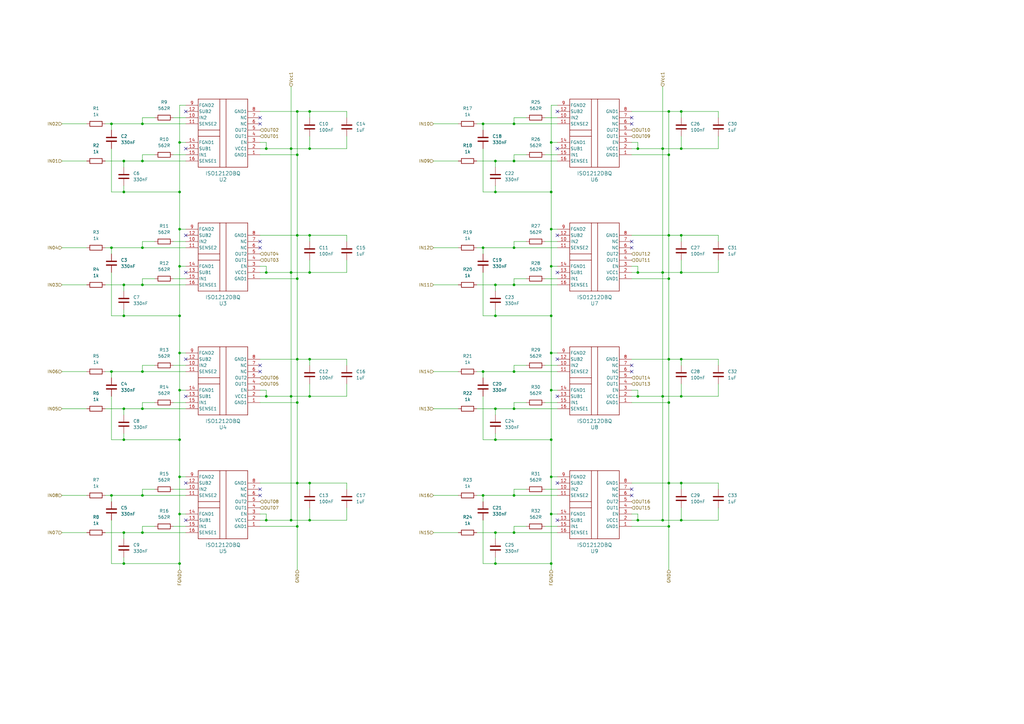
<source format=kicad_sch>
(kicad_sch (version 20231120) (generator "eeschema") (generator_version "8.0")
  (paper "A3")
  (junction (at 58.42 218.44))
  (junction (at 198.12 101.6))
  (junction (at 121.92 147.32))
  (junction (at 127 198.12))
  (junction (at 203.2 231.14))
  (junction (at 73.66 129.54))
  (junction (at 271.78 60.96))
  (junction (at 279.4 147.32))
  (junction (at 261.62 111.76))
  (junction (at 127 213.36))
  (junction (at 121.92 45.72))
  (junction (at 50.8 78.74))
  (junction (at 127 111.76))
  (junction (at 226.06 180.34))
  (junction (at 210.82 116.84))
  (junction (at 279.4 96.52))
  (junction (at 226.06 144.78))
  (junction (at 58.42 152.4))
  (junction (at 210.82 218.44))
  (junction (at 121.92 63.5))
  (junction (at 279.4 213.36))
  (junction (at 45.72 203.2))
  (junction (at 226.06 109.22))
  (junction (at 203.2 167.64))
  (junction (at 279.4 162.56))
  (junction (at 226.06 195.58))
  (junction (at 279.4 45.72))
  (junction (at 226.06 129.54))
  (junction (at 121.92 165.1))
  (junction (at 203.2 78.74))
  (junction (at 127 45.72))
  (junction (at 203.2 180.34))
  (junction (at 127 60.96))
  (junction (at 210.82 50.8))
  (junction (at 73.66 144.78))
  (junction (at 58.42 167.64))
  (junction (at 271.78 162.56))
  (junction (at 127 162.56))
  (junction (at 198.12 203.2))
  (junction (at 73.66 160.02))
  (junction (at 50.8 66.04))
  (junction (at 73.66 78.74))
  (junction (at 274.32 96.52))
  (junction (at 50.8 116.84))
  (junction (at 73.66 231.14))
  (junction (at 210.82 101.6))
  (junction (at 50.8 129.54))
  (junction (at 274.32 147.32))
  (junction (at 226.06 160.02))
  (junction (at 210.82 66.04))
  (junction (at 58.42 50.8))
  (junction (at 45.72 101.6))
  (junction (at 58.42 203.2))
  (junction (at 119.38 60.96))
  (junction (at 226.06 210.82))
  (junction (at 109.22 162.56))
  (junction (at 50.8 167.64))
  (junction (at 121.92 96.52))
  (junction (at 271.78 213.36))
  (junction (at 73.66 210.82))
  (junction (at 203.2 218.44))
  (junction (at 121.92 215.9))
  (junction (at 58.42 101.6))
  (junction (at 50.8 231.14))
  (junction (at 121.92 114.3))
  (junction (at 279.4 60.96))
  (junction (at 226.06 78.74))
  (junction (at 58.42 116.84))
  (junction (at 73.66 195.58))
  (junction (at 203.2 116.84))
  (junction (at 73.66 93.98))
  (junction (at 210.82 203.2))
  (junction (at 119.38 213.36))
  (junction (at 127 96.52))
  (junction (at 279.4 111.76))
  (junction (at 198.12 152.4))
  (junction (at 203.2 66.04))
  (junction (at 198.12 50.8))
  (junction (at 73.66 180.34))
  (junction (at 279.4 198.12))
  (junction (at 119.38 111.76))
  (junction (at 226.06 93.98))
  (junction (at 109.22 60.96))
  (junction (at 274.32 63.5))
  (junction (at 109.22 213.36))
  (junction (at 121.92 198.12))
  (junction (at 274.32 165.1))
  (junction (at 274.32 45.72))
  (junction (at 45.72 50.8))
  (junction (at 119.38 162.56))
  (junction (at 210.82 167.64))
  (junction (at 45.72 152.4))
  (junction (at 274.32 198.12))
  (junction (at 109.22 111.76))
  (junction (at 58.42 66.04))
  (junction (at 210.82 152.4))
  (junction (at 73.66 109.22))
  (junction (at 73.66 58.42))
  (junction (at 261.62 60.96))
  (junction (at 261.62 213.36))
  (junction (at 127 147.32))
  (junction (at 274.32 114.3))
  (junction (at 261.62 162.56))
  (junction (at 226.06 231.14))
  (junction (at 274.32 215.9))
  (junction (at 203.2 129.54))
  (junction (at 226.06 58.42))
  (junction (at 50.8 218.44))
  (junction (at 50.8 180.34))
  (junction (at 271.78 111.76))
  (no_connect (at 259.08 152.4))
  (no_connect (at 228.6 96.52))
  (no_connect (at 106.68 101.6))
  (no_connect (at 228.6 45.72))
  (no_connect (at 228.6 162.56))
  (no_connect (at 259.08 50.8))
  (no_connect (at 76.2 45.72))
  (no_connect (at 259.08 99.06))
  (no_connect (at 259.08 203.2))
  (no_connect (at 76.2 60.96))
  (no_connect (at 259.08 101.6))
  (no_connect (at 106.68 152.4))
  (no_connect (at 106.68 48.26))
  (no_connect (at 106.68 200.66))
  (no_connect (at 228.6 213.36))
  (no_connect (at 76.2 111.76))
  (no_connect (at 106.68 203.2))
  (no_connect (at 228.6 60.96))
  (no_connect (at 228.6 111.76))
  (no_connect (at 76.2 162.56))
  (no_connect (at 76.2 147.32))
  (no_connect (at 228.6 198.12))
  (no_connect (at 259.08 48.26))
  (no_connect (at 76.2 213.36))
  (no_connect (at 259.08 149.86))
  (no_connect (at 76.2 198.12))
  (no_connect (at 106.68 99.06))
  (no_connect (at 259.08 200.66))
  (no_connect (at 106.68 149.86))
  (no_connect (at 228.6 147.32))
  (no_connect (at 106.68 50.8))
  (no_connect (at 76.2 96.52))
  (wire (pts (xy 119.38 162.56) (xy 119.38 213.36)))
  (wire (pts (xy 142.24 200.66) (xy 142.24 198.12)))
  (wire (pts (xy 259.08 162.56) (xy 261.62 162.56)))
  (wire (pts (xy 274.32 147.32) (xy 274.32 165.1)))
  (wire (pts (xy 58.42 99.06) (xy 58.42 101.6)))
  (wire (pts (xy 50.8 231.14) (xy 73.66 231.14)))
  (wire (pts (xy 198.12 205.74) (xy 198.12 203.2)))
  (wire (pts (xy 223.52 149.86) (xy 228.6 149.86)))
  (wire (pts (xy 210.82 66.04) (xy 228.6 66.04)))
  (wire (pts (xy 177.8 167.64) (xy 187.96 167.64)))
  (wire (pts (xy 121.92 45.72) (xy 121.92 63.5)))
  (wire (pts (xy 109.22 60.96) (xy 119.38 60.96)))
  (wire (pts (xy 73.66 144.78) (xy 73.66 160.02)))
  (wire (pts (xy 226.06 231.14) (xy 226.06 233.68)))
  (wire (pts (xy 274.32 96.52) (xy 274.32 114.3)))
  (wire (pts (xy 177.8 152.4) (xy 187.96 152.4)))
  (wire (pts (xy 45.72 205.74) (xy 45.72 203.2)))
  (wire (pts (xy 25.4 116.84) (xy 35.56 116.84)))
  (wire (pts (xy 279.4 55.88) (xy 279.4 60.96)))
  (wire (pts (xy 71.12 114.3) (xy 76.2 114.3)))
  (wire (pts (xy 228.6 58.42) (xy 226.06 58.42)))
  (wire (pts (xy 127 198.12) (xy 142.24 198.12)))
  (wire (pts (xy 261.62 162.56) (xy 271.78 162.56)))
  (wire (pts (xy 228.6 195.58) (xy 226.06 195.58)))
  (wire (pts (xy 228.6 160.02) (xy 226.06 160.02)))
  (wire (pts (xy 71.12 149.86) (xy 76.2 149.86)))
  (wire (pts (xy 226.06 210.82) (xy 226.06 231.14)))
  (wire (pts (xy 73.66 129.54) (xy 73.66 144.78)))
  (wire (pts (xy 76.2 144.78) (xy 73.66 144.78)))
  (wire (pts (xy 45.72 162.56) (xy 45.72 180.34)))
  (wire (pts (xy 198.12 104.14) (xy 198.12 101.6)))
  (wire (pts (xy 259.08 63.5) (xy 274.32 63.5)))
  (wire (pts (xy 261.62 160.02) (xy 261.62 162.56)))
  (wire (pts (xy 121.92 165.1) (xy 121.92 198.12)))
  (wire (pts (xy 142.24 111.76) (xy 127 111.76)))
  (wire (pts (xy 127 45.72) (xy 142.24 45.72)))
  (wire (pts (xy 63.5 48.26) (xy 58.42 48.26)))
  (wire (pts (xy 261.62 58.42) (xy 261.62 60.96)))
  (wire (pts (xy 215.9 48.26) (xy 210.82 48.26)))
  (wire (pts (xy 203.2 177.8) (xy 203.2 180.34)))
  (wire (pts (xy 58.42 50.8) (xy 76.2 50.8)))
  (wire (pts (xy 261.62 109.22) (xy 261.62 111.76)))
  (wire (pts (xy 73.66 93.98) (xy 73.66 109.22)))
  (wire (pts (xy 294.64 213.36) (xy 279.4 213.36)))
  (wire (pts (xy 119.38 162.56) (xy 127 162.56)))
  (wire (pts (xy 279.4 208.28) (xy 279.4 213.36)))
  (wire (pts (xy 226.06 93.98) (xy 226.06 109.22)))
  (wire (pts (xy 106.68 198.12) (xy 121.92 198.12)))
  (wire (pts (xy 215.9 165.1) (xy 210.82 165.1)))
  (wire (pts (xy 203.2 218.44) (xy 203.2 220.98)))
  (wire (pts (xy 73.66 109.22) (xy 73.66 129.54)))
  (wire (pts (xy 177.8 50.8) (xy 187.96 50.8)))
  (wire (pts (xy 142.24 162.56) (xy 127 162.56)))
  (wire (pts (xy 43.18 50.8) (xy 45.72 50.8)))
  (wire (pts (xy 259.08 45.72) (xy 274.32 45.72)))
  (wire (pts (xy 198.12 53.34) (xy 198.12 50.8)))
  (wire (pts (xy 76.2 43.18) (xy 73.66 43.18)))
  (wire (pts (xy 203.2 167.64) (xy 203.2 170.18)))
  (wire (pts (xy 223.52 99.06) (xy 228.6 99.06)))
  (wire (pts (xy 63.5 63.5) (xy 58.42 63.5)))
  (wire (pts (xy 228.6 144.78) (xy 226.06 144.78)))
  (wire (pts (xy 195.58 116.84) (xy 203.2 116.84)))
  (wire (pts (xy 210.82 167.64) (xy 228.6 167.64)))
  (wire (pts (xy 226.06 195.58) (xy 226.06 210.82)))
  (wire (pts (xy 203.2 228.6) (xy 203.2 231.14)))
  (wire (pts (xy 50.8 76.2) (xy 50.8 78.74)))
  (wire (pts (xy 210.82 116.84) (xy 228.6 116.84)))
  (wire (pts (xy 25.4 152.4) (xy 35.56 152.4)))
  (wire (pts (xy 274.32 198.12) (xy 279.4 198.12)))
  (wire (pts (xy 223.52 215.9) (xy 228.6 215.9)))
  (wire (pts (xy 261.62 60.96) (xy 271.78 60.96)))
  (wire (pts (xy 45.72 60.96) (xy 45.72 78.74)))
  (wire (pts (xy 210.82 114.3) (xy 210.82 116.84)))
  (wire (pts (xy 50.8 127) (xy 50.8 129.54)))
  (wire (pts (xy 279.4 106.68) (xy 279.4 111.76)))
  (wire (pts (xy 58.42 101.6) (xy 76.2 101.6)))
  (wire (pts (xy 71.12 215.9) (xy 76.2 215.9)))
  (wire (pts (xy 25.4 167.64) (xy 35.56 167.64)))
  (wire (pts (xy 259.08 109.22) (xy 261.62 109.22)))
  (wire (pts (xy 43.18 116.84) (xy 50.8 116.84)))
  (wire (pts (xy 177.8 116.84) (xy 187.96 116.84)))
  (wire (pts (xy 259.08 198.12) (xy 274.32 198.12)))
  (wire (pts (xy 58.42 203.2) (xy 76.2 203.2)))
  (wire (pts (xy 121.92 96.52) (xy 127 96.52)))
  (wire (pts (xy 294.64 200.66) (xy 294.64 198.12)))
  (wire (pts (xy 121.92 96.52) (xy 121.92 114.3)))
  (wire (pts (xy 76.2 195.58) (xy 73.66 195.58)))
  (wire (pts (xy 76.2 160.02) (xy 73.66 160.02)))
  (wire (pts (xy 50.8 66.04) (xy 50.8 68.58)))
  (wire (pts (xy 203.2 116.84) (xy 203.2 119.38)))
  (wire (pts (xy 50.8 218.44) (xy 50.8 220.98)))
  (wire (pts (xy 76.2 210.82) (xy 73.66 210.82)))
  (wire (pts (xy 279.4 162.56) (xy 271.78 162.56)))
  (wire (pts (xy 142.24 48.26) (xy 142.24 45.72)))
  (wire (pts (xy 226.06 129.54) (xy 226.06 144.78)))
  (wire (pts (xy 50.8 228.6) (xy 50.8 231.14)))
  (wire (pts (xy 73.66 78.74) (xy 73.66 93.98)))
  (wire (pts (xy 279.4 198.12) (xy 294.64 198.12)))
  (wire (pts (xy 177.8 101.6) (xy 187.96 101.6)))
  (wire (pts (xy 76.2 58.42) (xy 73.66 58.42)))
  (wire (pts (xy 203.2 167.64) (xy 210.82 167.64)))
  (wire (pts (xy 106.68 147.32) (xy 121.92 147.32)))
  (wire (pts (xy 215.9 63.5) (xy 210.82 63.5)))
  (wire (pts (xy 259.08 96.52) (xy 274.32 96.52)))
  (wire (pts (xy 215.9 215.9) (xy 210.82 215.9)))
  (wire (pts (xy 73.66 231.14) (xy 73.66 233.68)))
  (wire (pts (xy 274.32 215.9) (xy 274.32 233.68)))
  (wire (pts (xy 127 99.06) (xy 127 96.52)))
  (wire (pts (xy 43.18 218.44) (xy 50.8 218.44)))
  (wire (pts (xy 119.38 35.56) (xy 119.38 60.96)))
  (wire (pts (xy 45.72 53.34) (xy 45.72 50.8)))
  (wire (pts (xy 203.2 116.84) (xy 210.82 116.84)))
  (wire (pts (xy 294.64 157.48) (xy 294.64 162.56)))
  (wire (pts (xy 106.68 45.72) (xy 121.92 45.72)))
  (wire (pts (xy 109.22 213.36) (xy 119.38 213.36)))
  (wire (pts (xy 25.4 218.44) (xy 35.56 218.44)))
  (wire (pts (xy 294.64 111.76) (xy 279.4 111.76)))
  (wire (pts (xy 279.4 48.26) (xy 279.4 45.72)))
  (wire (pts (xy 271.78 35.56) (xy 271.78 60.96)))
  (wire (pts (xy 210.82 101.6) (xy 228.6 101.6)))
  (wire (pts (xy 58.42 114.3) (xy 58.42 116.84)))
  (wire (pts (xy 106.68 96.52) (xy 121.92 96.52)))
  (wire (pts (xy 223.52 63.5) (xy 228.6 63.5)))
  (wire (pts (xy 198.12 180.34) (xy 203.2 180.34)))
  (wire (pts (xy 43.18 66.04) (xy 50.8 66.04)))
  (wire (pts (xy 228.6 210.82) (xy 226.06 210.82)))
  (wire (pts (xy 121.92 215.9) (xy 121.92 233.68)))
  (wire (pts (xy 198.12 152.4) (xy 210.82 152.4)))
  (wire (pts (xy 76.2 109.22) (xy 73.66 109.22)))
  (wire (pts (xy 142.24 149.86) (xy 142.24 147.32)))
  (wire (pts (xy 127 96.52) (xy 142.24 96.52)))
  (wire (pts (xy 177.8 66.04) (xy 187.96 66.04)))
  (wire (pts (xy 142.24 157.48) (xy 142.24 162.56)))
  (wire (pts (xy 71.12 200.66) (xy 76.2 200.66)))
  (wire (pts (xy 228.6 109.22) (xy 226.06 109.22)))
  (wire (pts (xy 274.32 63.5) (xy 274.32 96.52)))
  (wire (pts (xy 127 48.26) (xy 127 45.72)))
  (wire (pts (xy 50.8 167.64) (xy 50.8 170.18)))
  (wire (pts (xy 259.08 213.36) (xy 261.62 213.36)))
  (wire (pts (xy 294.64 208.28) (xy 294.64 213.36)))
  (wire (pts (xy 294.64 149.86) (xy 294.64 147.32)))
  (wire (pts (xy 58.42 149.86) (xy 58.42 152.4)))
  (wire (pts (xy 226.06 180.34) (xy 226.06 195.58)))
  (wire (pts (xy 261.62 210.82) (xy 261.62 213.36)))
  (wire (pts (xy 142.24 60.96) (xy 127 60.96)))
  (wire (pts (xy 121.92 198.12) (xy 127 198.12)))
  (wire (pts (xy 43.18 101.6) (xy 45.72 101.6)))
  (wire (pts (xy 259.08 210.82) (xy 261.62 210.82)))
  (wire (pts (xy 223.52 48.26) (xy 228.6 48.26)))
  (wire (pts (xy 127 200.66) (xy 127 198.12)))
  (wire (pts (xy 228.6 43.18) (xy 226.06 43.18)))
  (wire (pts (xy 294.64 162.56) (xy 279.4 162.56)))
  (wire (pts (xy 45.72 154.94) (xy 45.72 152.4)))
  (wire (pts (xy 203.2 129.54) (xy 226.06 129.54)))
  (wire (pts (xy 106.68 111.76) (xy 109.22 111.76)))
  (wire (pts (xy 294.64 55.88) (xy 294.64 60.96)))
  (wire (pts (xy 45.72 213.36) (xy 45.72 231.14)))
  (wire (pts (xy 50.8 177.8) (xy 50.8 180.34)))
  (wire (pts (xy 50.8 167.64) (xy 58.42 167.64)))
  (wire (pts (xy 71.12 99.06) (xy 76.2 99.06)))
  (wire (pts (xy 71.12 48.26) (xy 76.2 48.26)))
  (wire (pts (xy 198.12 162.56) (xy 198.12 180.34)))
  (wire (pts (xy 25.4 50.8) (xy 35.56 50.8)))
  (wire (pts (xy 259.08 60.96) (xy 261.62 60.96)))
  (wire (pts (xy 58.42 218.44) (xy 76.2 218.44)))
  (wire (pts (xy 274.32 198.12) (xy 274.32 215.9)))
  (wire (pts (xy 109.22 162.56) (xy 119.38 162.56)))
  (wire (pts (xy 43.18 152.4) (xy 45.72 152.4)))
  (wire (pts (xy 50.8 218.44) (xy 58.42 218.44)))
  (wire (pts (xy 274.32 147.32) (xy 279.4 147.32)))
  (wire (pts (xy 50.8 116.84) (xy 50.8 119.38)))
  (wire (pts (xy 195.58 218.44) (xy 203.2 218.44)))
  (wire (pts (xy 121.92 63.5) (xy 121.92 96.52)))
  (wire (pts (xy 45.72 78.74) (xy 50.8 78.74)))
  (wire (pts (xy 73.66 58.42) (xy 73.66 78.74)))
  (wire (pts (xy 50.8 180.34) (xy 73.66 180.34)))
  (wire (pts (xy 121.92 45.72) (xy 127 45.72)))
  (wire (pts (xy 271.78 60.96) (xy 271.78 111.76)))
  (wire (pts (xy 279.4 99.06) (xy 279.4 96.52)))
  (wire (pts (xy 279.4 200.66) (xy 279.4 198.12)))
  (wire (pts (xy 198.12 111.76) (xy 198.12 129.54)))
  (wire (pts (xy 76.2 93.98) (xy 73.66 93.98)))
  (wire (pts (xy 215.9 114.3) (xy 210.82 114.3)))
  (wire (pts (xy 109.22 109.22) (xy 109.22 111.76)))
  (wire (pts (xy 210.82 218.44) (xy 228.6 218.44)))
  (wire (pts (xy 63.5 114.3) (xy 58.42 114.3)))
  (wire (pts (xy 127 55.88) (xy 127 60.96)))
  (wire (pts (xy 228.6 93.98) (xy 226.06 93.98)))
  (wire (pts (xy 226.06 58.42) (xy 226.06 78.74)))
  (wire (pts (xy 203.2 127) (xy 203.2 129.54)))
  (wire (pts (xy 25.4 101.6) (xy 35.56 101.6)))
  (wire (pts (xy 45.72 152.4) (xy 58.42 152.4)))
  (wire (pts (xy 203.2 66.04) (xy 210.82 66.04)))
  (wire (pts (xy 271.78 162.56) (xy 271.78 213.36)))
  (wire (pts (xy 274.32 45.72) (xy 274.32 63.5)))
  (wire (pts (xy 279.4 96.52) (xy 294.64 96.52)))
  (wire (pts (xy 106.68 213.36) (xy 109.22 213.36)))
  (wire (pts (xy 58.42 200.66) (xy 58.42 203.2)))
  (wire (pts (xy 223.52 165.1) (xy 228.6 165.1)))
  (wire (pts (xy 106.68 58.42) (xy 109.22 58.42)))
  (wire (pts (xy 198.12 60.96) (xy 198.12 78.74)))
  (wire (pts (xy 294.64 99.06) (xy 294.64 96.52)))
  (wire (pts (xy 50.8 78.74) (xy 73.66 78.74)))
  (wire (pts (xy 198.12 154.94) (xy 198.12 152.4)))
  (wire (pts (xy 127 149.86) (xy 127 147.32)))
  (wire (pts (xy 142.24 106.68) (xy 142.24 111.76)))
  (wire (pts (xy 259.08 160.02) (xy 261.62 160.02)))
  (wire (pts (xy 63.5 165.1) (xy 58.42 165.1)))
  (wire (pts (xy 274.32 96.52) (xy 279.4 96.52)))
  (wire (pts (xy 142.24 208.28) (xy 142.24 213.36)))
  (wire (pts (xy 279.4 111.76) (xy 271.78 111.76)))
  (wire (pts (xy 127 157.48) (xy 127 162.56)))
  (wire (pts (xy 259.08 165.1) (xy 274.32 165.1)))
  (wire (pts (xy 210.82 99.06) (xy 210.82 101.6)))
  (wire (pts (xy 50.8 129.54) (xy 73.66 129.54)))
  (wire (pts (xy 210.82 50.8) (xy 228.6 50.8)))
  (wire (pts (xy 119.38 213.36) (xy 127 213.36)))
  (wire (pts (xy 45.72 203.2) (xy 58.42 203.2)))
  (wire (pts (xy 279.4 157.48) (xy 279.4 162.56)))
  (wire (pts (xy 195.58 167.64) (xy 203.2 167.64)))
  (wire (pts (xy 127 147.32) (xy 142.24 147.32)))
  (wire (pts (xy 279.4 60.96) (xy 271.78 60.96)))
  (wire (pts (xy 261.62 213.36) (xy 271.78 213.36)))
  (wire (pts (xy 203.2 231.14) (xy 226.06 231.14)))
  (wire (pts (xy 271.78 213.36) (xy 279.4 213.36)))
  (wire (pts (xy 121.92 147.32) (xy 121.92 165.1)))
  (wire (pts (xy 58.42 66.04) (xy 76.2 66.04)))
  (wire (pts (xy 58.42 63.5) (xy 58.42 66.04)))
  (wire (pts (xy 58.42 167.64) (xy 76.2 167.64)))
  (wire (pts (xy 210.82 152.4) (xy 228.6 152.4)))
  (wire (pts (xy 203.2 180.34) (xy 226.06 180.34)))
  (wire (pts (xy 210.82 48.26) (xy 210.82 50.8)))
  (wire (pts (xy 109.22 58.42) (xy 109.22 60.96)))
  (wire (pts (xy 195.58 101.6) (xy 198.12 101.6)))
  (wire (pts (xy 198.12 213.36) (xy 198.12 231.14)))
  (wire (pts (xy 109.22 111.76) (xy 119.38 111.76)))
  (wire (pts (xy 106.68 160.02) (xy 109.22 160.02)))
  (wire (pts (xy 226.06 109.22) (xy 226.06 129.54)))
  (wire (pts (xy 226.06 160.02) (xy 226.06 180.34)))
  (wire (pts (xy 45.72 129.54) (xy 50.8 129.54)))
  (wire (pts (xy 63.5 99.06) (xy 58.42 99.06)))
  (wire (pts (xy 294.64 60.96) (xy 279.4 60.96)))
  (wire (pts (xy 58.42 165.1) (xy 58.42 167.64)))
  (wire (pts (xy 198.12 203.2) (xy 210.82 203.2)))
  (wire (pts (xy 215.9 149.86) (xy 210.82 149.86)))
  (wire (pts (xy 195.58 203.2) (xy 198.12 203.2)))
  (wire (pts (xy 58.42 48.26) (xy 58.42 50.8)))
  (wire (pts (xy 177.8 218.44) (xy 187.96 218.44)))
  (wire (pts (xy 127 208.28) (xy 127 213.36)))
  (wire (pts (xy 25.4 203.2) (xy 35.56 203.2)))
  (wire (pts (xy 106.68 60.96) (xy 109.22 60.96)))
  (wire (pts (xy 73.66 160.02) (xy 73.66 180.34)))
  (wire (pts (xy 195.58 50.8) (xy 198.12 50.8)))
  (wire (pts (xy 121.92 114.3) (xy 121.92 147.32)))
  (wire (pts (xy 121.92 198.12) (xy 121.92 215.9)))
  (wire (pts (xy 73.66 43.18) (xy 73.66 58.42)))
  (wire (pts (xy 203.2 76.2) (xy 203.2 78.74)))
  (wire (pts (xy 210.82 63.5) (xy 210.82 66.04)))
  (wire (pts (xy 63.5 200.66) (xy 58.42 200.66)))
  (wire (pts (xy 121.92 147.32) (xy 127 147.32)))
  (wire (pts (xy 259.08 147.32) (xy 274.32 147.32)))
  (wire (pts (xy 45.72 180.34) (xy 50.8 180.34)))
  (wire (pts (xy 119.38 111.76) (xy 119.38 162.56)))
  (wire (pts (xy 73.66 210.82) (xy 73.66 231.14)))
  (wire (pts (xy 210.82 215.9) (xy 210.82 218.44)))
  (wire (pts (xy 45.72 104.14) (xy 45.72 101.6)))
  (wire (pts (xy 198.12 50.8) (xy 210.82 50.8)))
  (wire (pts (xy 215.9 200.66) (xy 210.82 200.66)))
  (wire (pts (xy 198.12 129.54) (xy 203.2 129.54)))
  (wire (pts (xy 58.42 152.4) (xy 76.2 152.4)))
  (wire (pts (xy 71.12 165.1) (xy 76.2 165.1)))
  (wire (pts (xy 109.22 160.02) (xy 109.22 162.56)))
  (wire (pts (xy 142.24 213.36) (xy 127 213.36)))
  (wire (pts (xy 109.22 210.82) (xy 109.22 213.36)))
  (wire (pts (xy 142.24 99.06) (xy 142.24 96.52)))
  (wire (pts (xy 195.58 152.4) (xy 198.12 152.4)))
  (wire (pts (xy 210.82 149.86) (xy 210.82 152.4)))
  (wire (pts (xy 119.38 60.96) (xy 119.38 111.76)))
  (wire (pts (xy 203.2 66.04) (xy 203.2 68.58)))
  (wire (pts (xy 43.18 167.64) (xy 50.8 167.64)))
  (wire (pts (xy 63.5 215.9) (xy 58.42 215.9)))
  (wire (pts (xy 73.66 195.58) (xy 73.66 210.82)))
  (wire (pts (xy 210.82 200.66) (xy 210.82 203.2)))
  (wire (pts (xy 203.2 218.44) (xy 210.82 218.44)))
  (wire (pts (xy 106.68 165.1) (xy 121.92 165.1)))
  (wire (pts (xy 45.72 101.6) (xy 58.42 101.6)))
  (wire (pts (xy 50.8 66.04) (xy 58.42 66.04)))
  (wire (pts (xy 274.32 114.3) (xy 274.32 147.32)))
  (wire (pts (xy 259.08 114.3) (xy 274.32 114.3)))
  (wire (pts (xy 226.06 43.18) (xy 226.06 58.42)))
  (wire (pts (xy 226.06 144.78) (xy 226.06 160.02)))
  (wire (pts (xy 259.08 215.9) (xy 274.32 215.9)))
  (wire (pts (xy 106.68 210.82) (xy 109.22 210.82)))
  (wire (pts (xy 63.5 149.86) (xy 58.42 149.86)))
  (wire (pts (xy 259.08 111.76) (xy 261.62 111.76)))
  (wire (pts (xy 198.12 78.74) (xy 203.2 78.74)))
  (wire (pts (xy 261.62 111.76) (xy 271.78 111.76)))
  (wire (pts (xy 279.4 45.72) (xy 294.64 45.72)))
  (wire (pts (xy 45.72 231.14) (xy 50.8 231.14)))
  (wire (pts (xy 215.9 99.06) (xy 210.82 99.06)))
  (wire (pts (xy 274.32 45.72) (xy 279.4 45.72)))
  (wire (pts (xy 106.68 109.22) (xy 109.22 109.22)))
  (wire (pts (xy 198.12 101.6) (xy 210.82 101.6)))
  (wire (pts (xy 203.2 78.74) (xy 226.06 78.74)))
  (wire (pts (xy 226.06 78.74) (xy 226.06 93.98)))
  (wire (pts (xy 119.38 111.76) (xy 127 111.76)))
  (wire (pts (xy 177.8 203.2) (xy 187.96 203.2)))
  (wire (pts (xy 198.12 231.14) (xy 203.2 231.14)))
  (wire (pts (xy 210.82 203.2) (xy 228.6 203.2)))
  (wire (pts (xy 106.68 114.3) (xy 121.92 114.3)))
  (wire (pts (xy 271.78 111.76) (xy 271.78 162.56)))
  (wire (pts (xy 106.68 162.56) (xy 109.22 162.56)))
  (wire (pts (xy 45.72 111.76) (xy 45.72 129.54)))
  (wire (pts (xy 58.42 215.9) (xy 58.42 218.44)))
  (wire (pts (xy 71.12 63.5) (xy 76.2 63.5)))
  (wire (pts (xy 294.64 106.68) (xy 294.64 111.76)))
  (wire (pts (xy 259.08 58.42) (xy 261.62 58.42)))
  (wire (pts (xy 127 106.68) (xy 127 111.76)))
  (wire (pts (xy 210.82 165.1) (xy 210.82 167.64)))
  (wire (pts (xy 25.4 66.04) (xy 35.56 66.04)))
  (wire (pts (xy 58.42 116.84) (xy 76.2 116.84)))
  (wire (pts (xy 223.52 114.3) (xy 228.6 114.3)))
  (wire (pts (xy 106.68 63.5) (xy 121.92 63.5)))
  (wire (pts (xy 142.24 55.88) (xy 142.24 60.96)))
  (wire (pts (xy 45.72 50.8) (xy 58.42 50.8)))
  (wire (pts (xy 195.58 66.04) (xy 203.2 66.04)))
  (wire (pts (xy 43.18 203.2) (xy 45.72 203.2)))
  (wire (pts (xy 274.32 165.1) (xy 274.32 198.12)))
  (wire (pts (xy 119.38 60.96) (xy 127 60.96)))
  (wire (pts (xy 223.52 200.66) (xy 228.6 200.66)))
  (wire (pts (xy 106.68 215.9) (xy 121.92 215.9)))
  (wire (pts (xy 50.8 116.84) (xy 58.42 116.84)))
  (wire (pts (xy 73.66 180.34) (xy 73.66 195.58)))
  (wire (pts (xy 279.4 149.86) (xy 279.4 147.32)))
  (wire (pts (xy 279.4 147.32) (xy 294.64 147.32)))
  (wire (pts (xy 294.64 48.26) (xy 294.64 45.72)))
  (hierarchical_label "IN09" (shape input) (at 177.8 66.04 180))
  (hierarchical_label "IN08" (shape input) (at 25.4 203.2 180))
  (hierarchical_label "IN06" (shape input) (at 25.4 152.4 180))
  (hierarchical_label "OUT06" (shape input) (at 106.68 154.94 0))
  (hierarchical_label "OUT05" (shape input) (at 106.68 157.48 0))
  (hierarchical_label "OUT08" (shape input) (at 106.68 205.74 0))
  (hierarchical_label "OUT14" (shape input) (at 259.08 154.94 0))
  (hierarchical_label "IN04" (shape input) (at 25.4 101.6 180))
  (hierarchical_label "IN07" (shape input) (at 25.4 218.44 180))
  (hierarchical_label "IN15" (shape input) (at 177.8 218.44 180))
  (hierarchical_label "OUT12" (shape input) (at 259.08 104.14 0))
  (hierarchical_label "IN11" (shape input) (at 177.8 116.84 180))
  (hierarchical_label "Vcc1" (shape input) (at 119.38 35.56 90))
  (hierarchical_label "IN13" (shape input) (at 177.8 167.64 180))
  (hierarchical_label "OUT04" (shape input) (at 106.68 104.14 0))
  (hierarchical_label "OUT13" (shape input) (at 259.08 157.48 0))
  (hierarchical_label "OUT10" (shape input) (at 259.08 53.34 0))
  (hierarchical_label "FGND" (shape input) (at 226.06 233.68 270))
  (hierarchical_label "IN12" (shape input) (at 177.8 101.6 180))
  (hierarchical_label "IN03" (shape input) (at 25.4 116.84 180))
  (hierarchical_label "GND" (shape input) (at 274.32 233.68 270))
  (hierarchical_label "OUT02" (shape input) (at 106.68 53.34 0))
  (hierarchical_label "OUT01" (shape input) (at 106.68 55.88 0))
  (hierarchical_label "OUT16" (shape input) (at 259.08 205.74 0))
  (hierarchical_label "IN14" (shape input) (at 177.8 152.4 180))
  (hierarchical_label "IN05" (shape input) (at 25.4 167.64 180))
  (hierarchical_label "OUT09" (shape input) (at 259.08 55.88 0))
  (hierarchical_label "IN02" (shape input) (at 25.4 50.8 180))
  (hierarchical_label "Vcc1" (shape input) (at 271.78 35.56 90))
  (hierarchical_label "OUT11" (shape input) (at 259.08 106.68 0))
  (hierarchical_label "IN01" (shape input) (at 25.4 66.04 180))
  (hierarchical_label "OUT15" (shape input) (at 259.08 208.28 0))
  (hierarchical_label "FGND" (shape input) (at 73.66 233.68 270))
  (hierarchical_label "OUT03" (shape input) (at 106.68 106.68 0))
  (hierarchical_label "IN10" (shape input) (at 177.8 50.8 180))
  (hierarchical_label "OUT07" (shape input) (at 106.68 208.28 0))
  (hierarchical_label "IN16" (shape input) (at 177.8 203.2 180))
  (hierarchical_label "GND" (shape input) (at 121.92 233.68 270))
  (symbol (lib_id "kicad_inventree_lib:R_1k_1206_1%") (at 39.37 152.4 90) (unit 1)
    (property "Reference" "R5" (at 39.37 146.05 90))
    (property "Value" "1k" (at 39.37 148.59 90))
    (property "Footprint" "Resistor_SMD:R_1206_3216Metric_Pad1.30x1.75mm_HandSolder" (effects (hide yes)))
    (property "Datasheet" "http://inventree.network/part/60/" (effects (hide yes)))
    (property "Description" "Resistor" (effects (hide yes)))
    (property "NextPCB_price" "0.00169" (effects (hide yes)))
    (property "NextPCB_url" "https://www.hqonline.com/product-detail/chip-resistors-fojan-frc1206f3301ts-2500354421" (effects (hide yes)))
    (property "part_ipn" "R_1k_1206_1%" (effects (hide yes)))
  )
  (symbol (lib_id "kicad_inventree_lib:ISO1212") (at 243.84 198.12 180) (unit 1)
    (property "Reference" "U9" (at 243.84 226.06 0) (effects (font (size 1.524 1.524))))
    (property "Value" "ISO1212DBQ" (at 243.84 223.52 0) (effects (font (size 1.524 1.524))))
    (property "Footprint" "kicad_inventree_lib:DBQ0016A_M" (effects (hide yes)))
    (property "Datasheet" "http://inventree.network/part/102/" (effects (hide yes)))
    (property "part_ipn" "ISO1212" (effects (hide yes)))
  )
  (symbol (lib_id "kicad_inventree_lib:R_562R_1206_1%") (at 219.71 149.86 90) (unit 1)
    (property "Reference" "R29" (at 219.71 143.51 90))
    (property "Value" "562R" (at 219.71 146.05 90))
    (property "Footprint" "Resistor_SMD:R_1206_3216Metric_Pad1.30x1.75mm_HandSolder" (effects (hide yes)))
    (property "Datasheet" "http://inventree.network/part/103/" (effects (hide yes)))
    (property "Description" "Resistor" (effects (hide yes)))
    (property "part_ipn" "R_562R_1206_1%" (effects (hide yes)))
  )
  (symbol (lib_id "kicad_inventree_lib:R_562R_1206_1%") (at 67.31 200.66 90) (unit 1)
    (property "Reference" "R15" (at 67.31 194.31 90))
    (property "Value" "562R" (at 67.31 196.85 90))
    (property "Footprint" "Resistor_SMD:R_1206_3216Metric_Pad1.30x1.75mm_HandSolder" (effects (hide yes)))
    (property "Datasheet" "http://inventree.network/part/103/" (effects (hide yes)))
    (property "Description" "Resistor" (effects (hide yes)))
    (property "part_ipn" "R_562R_1206_1%" (effects (hide yes)))
  )
  (symbol (lib_id "kicad_inventree_lib:ISO1212") (at 243.84 147.32 180) (unit 1)
    (property "Reference" "U8" (at 243.84 175.26 0) (effects (font (size 1.524 1.524))))
    (property "Value" "ISO1212DBQ" (at 243.84 172.72 0) (effects (font (size 1.524 1.524))))
    (property "Footprint" "kicad_inventree_lib:DBQ0016A_M" (effects (hide yes)))
    (property "Datasheet" "http://inventree.network/part/102/" (effects (hide yes)))
    (property "part_ipn" "ISO1212" (effects (hide yes)))
  )
  (symbol (lib_id "kicad_inventree_lib:R_1k_1206_1%") (at 191.77 203.2 90) (unit 1)
    (property "Reference" "R23" (at 191.77 196.85 90))
    (property "Value" "1k" (at 191.77 199.39 90))
    (property "Footprint" "Resistor_SMD:R_1206_3216Metric_Pad1.30x1.75mm_HandSolder" (effects (hide yes)))
    (property "Datasheet" "http://inventree.network/part/60/" (effects (hide yes)))
    (property "Description" "Resistor" (effects (hide yes)))
    (property "NextPCB_price" "0.00169" (effects (hide yes)))
    (property "NextPCB_url" "https://www.hqonline.com/product-detail/chip-resistors-fojan-frc1206f3301ts-2500354421" (effects (hide yes)))
    (property "part_ipn" "R_1k_1206_1%" (effects (hide yes)))
  )
  (symbol (lib_id "kicad_inventree_lib:C_330nF_50V_1206") (at 203.2 72.39 0) (unit 1)
    (property "Reference" "C22" (at 207.01 71.1199 0) (effects (justify left)))
    (property "Value" "330nF" (at 207.01 73.6599 0) (effects (justify left)))
    (property "Footprint" "Capacitor_SMD:C_1206_3216Metric_Pad1.33x1.80mm_HandSolder" (effects (hide yes)))
    (property "Datasheet" "http://inventree.network/part/104/" (effects (hide yes)))
    (property "Description" "Unpolarized capacitor" (effects (hide yes)))
    (property "part_ipn" "C_330nF_50V_1206" (effects (hide yes)))
  )
  (symbol (lib_id "kicad_inventree_lib:C_1uF_50V_1206") (at 142.24 204.47 0) (unit 1)
    (property "Reference" "C17" (at 146.05 203.1999 0) (effects (justify left)))
    (property "Value" "1uF" (at 146.05 205.7399 0) (effects (justify left)))
    (property "Footprint" "Capacitor_SMD:C_1206_3216Metric_Pad1.33x1.80mm_HandSolder" (effects (hide yes)))
    (property "Datasheet" "http://inventree.network/part/44/" (effects (hide yes)))
    (property "Description" "Unpolarized capacitor" (effects (hide yes)))
    (property "part_ipn" "C_1uF_50V_1206" (effects (hide yes)))
  )
  (symbol (lib_id "kicad_inventree_lib:R_562R_1206_1%") (at 67.31 114.3 90) (unit 1)
    (property "Reference" "R12" (at 67.31 107.95 90))
    (property "Value" "562R" (at 67.31 110.49 90))
    (property "Footprint" "Resistor_SMD:R_1206_3216Metric_Pad1.30x1.75mm_HandSolder" (effects (hide yes)))
    (property "Datasheet" "http://inventree.network/part/103/" (effects (hide yes)))
    (property "Description" "Resistor" (effects (hide yes)))
    (property "part_ipn" "R_562R_1206_1%" (effects (hide yes)))
  )
  (symbol (lib_id "kicad_inventree_lib:C_100nF_50V_1206") (at 279.4 102.87 0) (unit 1)
    (property "Reference" "C27" (at 283.21 101.5999 0) (effects (justify left)))
    (property "Value" "100nF" (at 283.21 104.1399 0) (effects (justify left)))
    (property "Footprint" "Capacitor_SMD:C_1206_3216Metric_Pad1.33x1.80mm_HandSolder" (effects (hide yes)))
    (property "Datasheet" "http://inventree.network/part/44/" (effects (hide yes)))
    (property "Description" "Unpolarized capacitor" (effects (hide yes)))
    (property "part_ipn" "C_100nF_50V_1206" (effects (hide yes)))
  )
  (symbol (lib_id "kicad_inventree_lib:C_1uF_50V_1206") (at 142.24 52.07 0) (unit 1)
    (property "Reference" "C14" (at 146.05 50.7999 0) (effects (justify left)))
    (property "Value" "1uF" (at 146.05 53.3399 0) (effects (justify left)))
    (property "Footprint" "Capacitor_SMD:C_1206_3216Metric_Pad1.33x1.80mm_HandSolder" (effects (hide yes)))
    (property "Datasheet" "http://inventree.network/part/44/" (effects (hide yes)))
    (property "Description" "Unpolarized capacitor" (effects (hide yes)))
    (property "part_ipn" "C_1uF_50V_1206" (effects (hide yes)))
  )
  (symbol (lib_id "kicad_inventree_lib:R_562R_1206_1%") (at 67.31 48.26 90) (unit 1)
    (property "Reference" "R9" (at 67.31 41.91 90))
    (property "Value" "562R" (at 67.31 44.45 90))
    (property "Footprint" "Resistor_SMD:R_1206_3216Metric_Pad1.30x1.75mm_HandSolder" (effects (hide yes)))
    (property "Datasheet" "http://inventree.network/part/103/" (effects (hide yes)))
    (property "Description" "Resistor" (effects (hide yes)))
    (property "part_ipn" "R_562R_1206_1%" (effects (hide yes)))
  )
  (symbol (lib_id "kicad_inventree_lib:R_562R_1206_1%") (at 67.31 63.5 90) (unit 1)
    (property "Reference" "R10" (at 67.31 57.15 90))
    (property "Value" "562R" (at 67.31 59.69 90))
    (property "Footprint" "Resistor_SMD:R_1206_3216Metric_Pad1.30x1.75mm_HandSolder" (effects (hide yes)))
    (property "Datasheet" "http://inventree.network/part/103/" (effects (hide yes)))
    (property "Description" "Resistor" (effects (hide yes)))
    (property "part_ipn" "R_562R_1206_1%" (effects (hide yes)))
  )
  (symbol (lib_id "kicad_inventree_lib:R_562R_1206_1%") (at 67.31 215.9 90) (unit 1)
    (property "Reference" "R16" (at 67.31 209.55 90))
    (property "Value" "562R" (at 67.31 212.09 90))
    (property "Footprint" "Resistor_SMD:R_1206_3216Metric_Pad1.30x1.75mm_HandSolder" (effects (hide yes)))
    (property "Datasheet" "http://inventree.network/part/103/" (effects (hide yes)))
    (property "Description" "Resistor" (effects (hide yes)))
    (property "part_ipn" "R_562R_1206_1%" (effects (hide yes)))
  )
  (symbol (lib_id "kicad_inventree_lib:R_1k_1206_1%") (at 39.37 167.64 90) (unit 1)
    (property "Reference" "R6" (at 39.37 161.29 90))
    (property "Value" "1k" (at 39.37 163.83 90))
    (property "Footprint" "Resistor_SMD:R_1206_3216Metric_Pad1.30x1.75mm_HandSolder" (effects (hide yes)))
    (property "Datasheet" "http://inventree.network/part/60/" (effects (hide yes)))
    (property "Description" "Resistor" (effects (hide yes)))
    (property "NextPCB_price" "0.00169" (effects (hide yes)))
    (property "NextPCB_url" "https://www.hqonline.com/product-detail/chip-resistors-fojan-frc1206f3301ts-2500354421" (effects (hide yes)))
    (property "part_ipn" "R_1k_1206_1%" (effects (hide yes)))
  )
  (symbol (lib_id "kicad_inventree_lib:ISO1212") (at 91.44 96.52 180) (unit 1)
    (property "Reference" "U3" (at 91.44 124.46 0) (effects (font (size 1.524 1.524))))
    (property "Value" "ISO1212DBQ" (at 91.44 121.92 0) (effects (font (size 1.524 1.524))))
    (property "Footprint" "kicad_inventree_lib:DBQ0016A_M" (effects (hide yes)))
    (property "Datasheet" "http://inventree.network/part/102/" (effects (hide yes)))
    (property "part_ipn" "ISO1212" (effects (hide yes)))
  )
  (symbol (lib_id "kicad_inventree_lib:C_1uF_50V_1206") (at 294.64 153.67 0) (unit 1)
    (property "Reference" "C32" (at 298.45 152.3999 0) (effects (justify left)))
    (property "Value" "1uF" (at 298.45 154.9399 0) (effects (justify left)))
    (property "Footprint" "Capacitor_SMD:C_1206_3216Metric_Pad1.33x1.80mm_HandSolder" (effects (hide yes)))
    (property "Datasheet" "http://inventree.network/part/44/" (effects (hide yes)))
    (property "Description" "Unpolarized capacitor" (effects (hide yes)))
    (property "part_ipn" "C_1uF_50V_1206" (effects (hide yes)))
  )
  (symbol (lib_id "kicad_inventree_lib:C_100nF_50V_1206") (at 127 102.87 0) (unit 1)
    (property "Reference" "C11" (at 130.81 101.5999 0) (effects (justify left)))
    (property "Value" "100nF" (at 130.81 104.1399 0) (effects (justify left)))
    (property "Footprint" "Capacitor_SMD:C_1206_3216Metric_Pad1.33x1.80mm_HandSolder" (effects (hide yes)))
    (property "Datasheet" "http://inventree.network/part/44/" (effects (hide yes)))
    (property "Description" "Unpolarized capacitor" (effects (hide yes)))
    (property "part_ipn" "C_100nF_50V_1206" (effects (hide yes)))
  )
  (symbol (lib_id "kicad_inventree_lib:R_1k_1206_1%") (at 39.37 101.6 90) (unit 1)
    (property "Reference" "R3" (at 39.37 95.25 90))
    (property "Value" "1k" (at 39.37 97.79 90))
    (property "Footprint" "Resistor_SMD:R_1206_3216Metric_Pad1.30x1.75mm_HandSolder" (effects (hide yes)))
    (property "Datasheet" "http://inventree.network/part/60/" (effects (hide yes)))
    (property "Description" "Resistor" (effects (hide yes)))
    (property "NextPCB_price" "0.00169" (effects (hide yes)))
    (property "NextPCB_url" "https://www.hqonline.com/product-detail/chip-resistors-fojan-frc1206f3301ts-2500354421" (effects (hide yes)))
    (property "part_ipn" "R_1k_1206_1%" (effects (hide yes)))
  )
  (symbol (lib_name "C_330nF_50V_1206_1") (lib_id "kicad_inventree_lib:C_330nF_50V_1206") (at 198.12 57.15 0) (unit 1)
    (property "Reference" "C18" (at 201.93 55.8799 0) (effects (justify left)))
    (property "Value" "330nF" (at 201.93 58.4199 0) (effects (justify left)))
    (property "Footprint" "Capacitor_SMD:C_1206_3216Metric_Pad1.33x1.80mm_HandSolder" (effects (hide yes)))
    (property "Datasheet" "http://inventree.network/part/104/" (effects (hide yes)))
    (property "Description" "Unpolarized capacitor" (effects (hide yes)))
    (property "part_ipn" "C_330nF_50V_1206" (effects (hide yes)))
  )
  (symbol (lib_id "kicad_inventree_lib:R_562R_1206_1%") (at 219.71 63.5 90) (unit 1)
    (property "Reference" "R26" (at 219.71 57.15 90))
    (property "Value" "562R" (at 219.71 59.69 90))
    (property "Footprint" "Resistor_SMD:R_1206_3216Metric_Pad1.30x1.75mm_HandSolder" (effects (hide yes)))
    (property "Datasheet" "http://inventree.network/part/103/" (effects (hide yes)))
    (property "Description" "Resistor" (effects (hide yes)))
    (property "part_ipn" "R_562R_1206_1%" (effects (hide yes)))
  )
  (symbol (lib_id "kicad_inventree_lib:R_562R_1206_1%") (at 219.71 200.66 90) (unit 1)
    (property "Reference" "R31" (at 219.71 194.31 90))
    (property "Value" "562R" (at 219.71 196.85 90))
    (property "Footprint" "Resistor_SMD:R_1206_3216Metric_Pad1.30x1.75mm_HandSolder" (effects (hide yes)))
    (property "Datasheet" "http://inventree.network/part/103/" (effects (hide yes)))
    (property "Description" "Resistor" (effects (hide yes)))
    (property "part_ipn" "R_562R_1206_1%" (effects (hide yes)))
  )
  (symbol (lib_id "kicad_inventree_lib:R_562R_1206_1%") (at 219.71 99.06 90) (unit 1)
    (property "Reference" "R27" (at 219.71 92.71 90))
    (property "Value" "562R" (at 219.71 95.25 90))
    (property "Footprint" "Resistor_SMD:R_1206_3216Metric_Pad1.30x1.75mm_HandSolder" (effects (hide yes)))
    (property "Datasheet" "http://inventree.network/part/103/" (effects (hide yes)))
    (property "Description" "Resistor" (effects (hide yes)))
    (property "part_ipn" "R_562R_1206_1%" (effects (hide yes)))
  )
  (symbol (lib_id "kicad_inventree_lib:C_330nF_50V_1206") (at 203.2 224.79 0) (unit 1)
    (property "Reference" "C25" (at 207.01 223.5199 0) (effects (justify left)))
    (property "Value" "330nF" (at 207.01 226.0599 0) (effects (justify left)))
    (property "Footprint" "Capacitor_SMD:C_1206_3216Metric_Pad1.33x1.80mm_HandSolder" (effects (hide yes)))
    (property "Datasheet" "http://inventree.network/part/104/" (effects (hide yes)))
    (property "Description" "Unpolarized capacitor" (effects (hide yes)))
    (property "part_ipn" "C_330nF_50V_1206" (effects (hide yes)))
  )
  (symbol (lib_id "kicad_inventree_lib:C_1uF_50V_1206") (at 142.24 153.67 0) (unit 1)
    (property "Reference" "C16" (at 146.05 152.3999 0) (effects (justify left)))
    (property "Value" "1uF" (at 146.05 154.9399 0) (effects (justify left)))
    (property "Footprint" "Capacitor_SMD:C_1206_3216Metric_Pad1.33x1.80mm_HandSolder" (effects (hide yes)))
    (property "Datasheet" "http://inventree.network/part/44/" (effects (hide yes)))
    (property "Description" "Unpolarized capacitor" (effects (hide yes)))
    (property "part_ipn" "C_1uF_50V_1206" (effects (hide yes)))
  )
  (symbol (lib_id "kicad_inventree_lib:C_100nF_50V_1206") (at 279.4 204.47 0) (unit 1)
    (property "Reference" "C29" (at 283.21 203.1999 0) (effects (justify left)))
    (property "Value" "100nF" (at 283.21 205.7399 0) (effects (justify left)))
    (property "Footprint" "Capacitor_SMD:C_1206_3216Metric_Pad1.33x1.80mm_HandSolder" (effects (hide yes)))
    (property "Datasheet" "http://inventree.network/part/44/" (effects (hide yes)))
    (property "Description" "Unpolarized capacitor" (effects (hide yes)))
    (property "part_ipn" "C_100nF_50V_1206" (effects (hide yes)))
  )
  (symbol (lib_id "kicad_inventree_lib:C_1uF_50V_1206") (at 294.64 204.47 0) (unit 1)
    (property "Reference" "C33" (at 298.45 203.1999 0) (effects (justify left)))
    (property "Value" "1uF" (at 298.45 205.7399 0) (effects (justify left)))
    (property "Footprint" "Capacitor_SMD:C_1206_3216Metric_Pad1.33x1.80mm_HandSolder" (effects (hide yes)))
    (property "Datasheet" "http://inventree.network/part/44/" (effects (hide yes)))
    (property "Description" "Unpolarized capacitor" (effects (hide yes)))
    (property "part_ipn" "C_1uF_50V_1206" (effects (hide yes)))
  )
  (symbol (lib_id "kicad_inventree_lib:R_1k_1206_1%") (at 39.37 203.2 90) (unit 1)
    (property "Reference" "R7" (at 39.37 196.85 90))
    (property "Value" "1k" (at 39.37 199.39 90))
    (property "Footprint" "Resistor_SMD:R_1206_3216Metric_Pad1.30x1.75mm_HandSolder" (effects (hide yes)))
    (property "Datasheet" "http://inventree.network/part/60/" (effects (hide yes)))
    (property "Description" "Resistor" (effects (hide yes)))
    (property "NextPCB_price" "0.00169" (effects (hide yes)))
    (property "NextPCB_url" "https://www.hqonline.com/product-detail/chip-resistors-fojan-frc1206f3301ts-2500354421" (effects (hide yes)))
    (property "part_ipn" "R_1k_1206_1%" (effects (hide yes)))
  )
  (symbol (lib_id "kicad_inventree_lib:ISO1212") (at 243.84 96.52 180) (unit 1)
    (property "Reference" "U7" (at 243.84 124.46 0) (effects (font (size 1.524 1.524))))
    (property "Value" "ISO1212DBQ" (at 243.84 121.92 0) (effects (font (size 1.524 1.524))))
    (property "Footprint" "kicad_inventree_lib:DBQ0016A_M" (effects (hide yes)))
    (property "Datasheet" "http://inventree.network/part/102/" (effects (hide yes)))
    (property "part_ipn" "ISO1212" (effects (hide yes)))
  )
  (symbol (lib_id "kicad_inventree_lib:R_1k_1206_1%") (at 191.77 167.64 90) (unit 1)
    (property "Reference" "R22" (at 191.77 161.29 90))
    (property "Value" "1k" (at 191.77 163.83 90))
    (property "Footprint" "Resistor_SMD:R_1206_3216Metric_Pad1.30x1.75mm_HandSolder" (effects (hide yes)))
    (property "Datasheet" "http://inventree.network/part/60/" (effects (hide yes)))
    (property "Description" "Resistor" (effects (hide yes)))
    (property "NextPCB_price" "0.00169" (effects (hide yes)))
    (property "NextPCB_url" "https://www.hqonline.com/product-detail/chip-resistors-fojan-frc1206f3301ts-2500354421" (effects (hide yes)))
    (property "part_ipn" "R_1k_1206_1%" (effects (hide yes)))
  )
  (symbol (lib_id "kicad_inventree_lib:R_562R_1206_1%") (at 219.71 165.1 90) (unit 1)
    (property "Reference" "R30" (at 219.71 158.75 90))
    (property "Value" "562R" (at 219.71 161.29 90))
    (property "Footprint" "Resistor_SMD:R_1206_3216Metric_Pad1.30x1.75mm_HandSolder" (effects (hide yes)))
    (property "Datasheet" "http://inventree.network/part/103/" (effects (hide yes)))
    (property "Description" "Resistor" (effects (hide yes)))
    (property "part_ipn" "R_562R_1206_1%" (effects (hide yes)))
  )
  (symbol (lib_id "kicad_inventree_lib:R_562R_1206_1%") (at 67.31 149.86 90) (unit 1)
    (property "Reference" "R13" (at 67.31 143.51 90))
    (property "Value" "562R" (at 67.31 146.05 90))
    (property "Footprint" "Resistor_SMD:R_1206_3216Metric_Pad1.30x1.75mm_HandSolder" (effects (hide yes)))
    (property "Datasheet" "http://inventree.network/part/103/" (effects (hide yes)))
    (property "Description" "Resistor" (effects (hide yes)))
    (property "part_ipn" "R_562R_1206_1%" (effects (hide yes)))
  )
  (symbol (lib_id "kicad_inventree_lib:C_1uF_50V_1206") (at 294.64 52.07 0) (unit 1)
    (property "Reference" "C30" (at 298.45 50.7999 0) (effects (justify left)))
    (property "Value" "1uF" (at 298.45 53.3399 0) (effects (justify left)))
    (property "Footprint" "Capacitor_SMD:C_1206_3216Metric_Pad1.33x1.80mm_HandSolder" (effects (hide yes)))
    (property "Datasheet" "http://inventree.network/part/44/" (effects (hide yes)))
    (property "Description" "Unpolarized capacitor" (effects (hide yes)))
    (property "part_ipn" "C_1uF_50V_1206" (effects (hide yes)))
  )
  (symbol (lib_id "kicad_inventree_lib:C_330nF_50V_1206") (at 203.2 123.19 0) (unit 1)
    (property "Reference" "C23" (at 207.01 121.9199 0) (effects (justify left)))
    (property "Value" "330nF" (at 207.01 124.4599 0) (effects (justify left)))
    (property "Footprint" "Capacitor_SMD:C_1206_3216Metric_Pad1.33x1.80mm_HandSolder" (effects (hide yes)))
    (property "Datasheet" "http://inventree.network/part/104/" (effects (hide yes)))
    (property "Description" "Unpolarized capacitor" (effects (hide yes)))
    (property "part_ipn" "C_330nF_50V_1206" (effects (hide yes)))
  )
  (symbol (lib_name "C_330nF_50V_1206_1") (lib_id "kicad_inventree_lib:C_330nF_50V_1206") (at 45.72 57.15 0) (unit 1)
    (property "Reference" "C2" (at 49.53 55.8799 0) (effects (justify left)))
    (property "Value" "330nF" (at 49.53 58.4199 0) (effects (justify left)))
    (property "Footprint" "Capacitor_SMD:C_1206_3216Metric_Pad1.33x1.80mm_HandSolder" (effects (hide yes)))
    (property "Datasheet" "http://inventree.network/part/104/" (effects (hide yes)))
    (property "Description" "Unpolarized capacitor" (effects (hide yes)))
    (property "part_ipn" "C_330nF_50V_1206" (effects (hide yes)))
  )
  (symbol (lib_id "kicad_inventree_lib:ISO1212") (at 243.84 45.72 180) (unit 1)
    (property "Reference" "U6" (at 243.84 73.66 0) (effects (font (size 1.524 1.524))))
    (property "Value" "ISO1212DBQ" (at 243.84 71.12 0) (effects (font (size 1.524 1.524))))
    (property "Footprint" "kicad_inventree_lib:DBQ0016A_M" (effects (hide yes)))
    (property "Datasheet" "http://inventree.network/part/102/" (effects (hide yes)))
    (property "part_ipn" "ISO1212" (effects (hide yes)))
  )
  (symbol (lib_id "kicad_inventree_lib:R_1k_1206_1%") (at 191.77 116.84 90) (unit 1)
    (property "Reference" "R20" (at 191.77 110.49 90))
    (property "Value" "1k" (at 191.77 113.03 90))
    (property "Footprint" "Resistor_SMD:R_1206_3216Metric_Pad1.30x1.75mm_HandSolder" (effects (hide yes)))
    (property "Datasheet" "http://inventree.network/part/60/" (effects (hide yes)))
    (property "Description" "Resistor" (effects (hide yes)))
    (property "NextPCB_price" "0.00169" (effects (hide yes)))
    (property "NextPCB_url" "https://www.hqonline.com/product-detail/chip-resistors-fojan-frc1206f3301ts-2500354421" (effects (hide yes)))
    (property "part_ipn" "R_1k_1206_1%" (effects (hide yes)))
  )
  (symbol (lib_id "kicad_inventree_lib:R_1k_1206_1%") (at 191.77 101.6 90) (unit 1)
    (property "Reference" "R19" (at 191.77 95.25 90))
    (property "Value" "1k" (at 191.77 97.79 90))
    (property "Footprint" "Resistor_SMD:R_1206_3216Metric_Pad1.30x1.75mm_HandSolder" (effects (hide yes)))
    (property "Datasheet" "http://inventree.network/part/60/" (effects (hide yes)))
    (property "Description" "Resistor" (effects (hide yes)))
    (property "NextPCB_price" "0.00169" (effects (hide yes)))
    (property "NextPCB_url" "https://www.hqonline.com/product-detail/chip-resistors-fojan-frc1206f3301ts-2500354421" (effects (hide yes)))
    (property "part_ipn" "R_1k_1206_1%" (effects (hide yes)))
  )
  (symbol (lib_id "kicad_inventree_lib:R_562R_1206_1%") (at 67.31 99.06 90) (unit 1)
    (property "Reference" "R11" (at 67.31 92.71 90))
    (property "Value" "562R" (at 67.31 95.25 90))
    (property "Footprint" "Resistor_SMD:R_1206_3216Metric_Pad1.30x1.75mm_HandSolder" (effects (hide yes)))
    (property "Datasheet" "http://inventree.network/part/103/" (effects (hide yes)))
    (property "Description" "Resistor" (effects (hide yes)))
    (property "part_ipn" "R_562R_1206_1%" (effects (hide yes)))
  )
  (symbol (lib_id "kicad_inventree_lib:C_330nF_50V_1206") (at 50.8 123.19 0) (unit 1)
    (property "Reference" "C7" (at 54.61 121.9199 0) (effects (justify left)))
    (property "Value" "330nF" (at 54.61 124.4599 0) (effects (justify left)))
    (property "Footprint" "Capacitor_SMD:C_1206_3216Metric_Pad1.33x1.80mm_HandSolder" (effects (hide yes)))
    (property "Datasheet" "http://inventree.network/part/104/" (effects (hide yes)))
    (property "Description" "Unpolarized capacitor" (effects (hide yes)))
    (property "part_ipn" "C_330nF_50V_1206" (effects (hide yes)))
  )
  (symbol (lib_id "kicad_inventree_lib:R_562R_1206_1%") (at 67.31 165.1 90) (unit 1)
    (property "Reference" "R14" (at 67.31 158.75 90))
    (property "Value" "562R" (at 67.31 161.29 90))
    (property "Footprint" "Resistor_SMD:R_1206_3216Metric_Pad1.30x1.75mm_HandSolder" (effects (hide yes)))
    (property "Datasheet" "http://inventree.network/part/103/" (effects (hide yes)))
    (property "Description" "Resistor" (effects (hide yes)))
    (property "part_ipn" "R_562R_1206_1%" (effects (hide yes)))
  )
  (symbol (lib_id "kicad_inventree_lib:C_330nF_50V_1206") (at 203.2 173.99 0) (unit 1)
    (property "Reference" "C24" (at 207.01 172.7199 0) (effects (justify left)))
    (property "Value" "330nF" (at 207.01 175.2599 0) (effects (justify left)))
    (property "Footprint" "Capacitor_SMD:C_1206_3216Metric_Pad1.33x1.80mm_HandSolder" (effects (hide yes)))
    (property "Datasheet" "http://inventree.network/part/104/" (effects (hide yes)))
    (property "Description" "Unpolarized capacitor" (effects (hide yes)))
    (property "part_ipn" "C_330nF_50V_1206" (effects (hide yes)))
  )
  (symbol (lib_id "kicad_inventree_lib:C_100nF_50V_1206") (at 127 153.67 0) (unit 1)
    (property "Reference" "C12" (at 130.81 152.3999 0) (effects (justify left)))
    (property "Value" "100nF" (at 130.81 154.9399 0) (effects (justify left)))
    (property "Footprint" "Capacitor_SMD:C_1206_3216Metric_Pad1.33x1.80mm_HandSolder" (effects (hide yes)))
    (property "Datasheet" "http://inventree.network/part/44/" (effects (hide yes)))
    (property "Description" "Unpolarized capacitor" (effects (hide yes)))
    (property "part_ipn" "C_100nF_50V_1206" (effects (hide yes)))
  )
  (symbol (lib_id "kicad_inventree_lib:C_1uF_50V_1206") (at 294.64 102.87 0) (unit 1)
    (property "Reference" "C31" (at 298.45 101.5999 0) (effects (justify left)))
    (property "Value" "1uF" (at 298.45 104.1399 0) (effects (justify left)))
    (property "Footprint" "Capacitor_SMD:C_1206_3216Metric_Pad1.33x1.80mm_HandSolder" (effects (hide yes)))
    (property "Datasheet" "http://inventree.network/part/44/" (effects (hide yes)))
    (property "Description" "Unpolarized capacitor" (effects (hide yes)))
    (property "part_ipn" "C_1uF_50V_1206" (effects (hide yes)))
  )
  (symbol (lib_id "kicad_inventree_lib:R_1k_1206_1%") (at 191.77 218.44 90) (unit 1)
    (property "Reference" "R24" (at 191.77 212.09 90))
    (property "Value" "1k" (at 191.77 214.63 90))
    (property "Footprint" "Resistor_SMD:R_1206_3216Metric_Pad1.30x1.75mm_HandSolder" (effects (hide yes)))
    (property "Datasheet" "http://inventree.network/part/60/" (effects (hide yes)))
    (property "Description" "Resistor" (effects (hide yes)))
    (property "NextPCB_price" "0.00169" (effects (hide yes)))
    (property "NextPCB_url" "https://www.hqonline.com/product-detail/chip-resistors-fojan-frc1206f3301ts-2500354421" (effects (hide yes)))
    (property "part_ipn" "R_1k_1206_1%" (effects (hide yes)))
  )
  (symbol (lib_id "kicad_inventree_lib:R_562R_1206_1%") (at 219.71 48.26 90) (unit 1)
    (property "Reference" "R25" (at 219.71 41.91 90))
    (property "Value" "562R" (at 219.71 44.45 90))
    (property "Footprint" "Resistor_SMD:R_1206_3216Metric_Pad1.30x1.75mm_HandSolder" (effects (hide yes)))
    (property "Datasheet" "http://inventree.network/part/103/" (effects (hide yes)))
    (property "Description" "Resistor" (effects (hide yes)))
    (property "part_ipn" "R_562R_1206_1%" (effects (hide yes)))
  )
  (symbol (lib_id "kicad_inventree_lib:R_1k_1206_1%") (at 39.37 50.8 90) (unit 1)
    (property "Reference" "R1" (at 39.37 44.45 90))
    (property "Value" "1k" (at 39.37 46.99 90))
    (property "Footprint" "Resistor_SMD:R_1206_3216Metric_Pad1.30x1.75mm_HandSolder" (effects (hide yes)))
    (property "Datasheet" "http://inventree.network/part/60/" (effects (hide yes)))
    (property "Description" "Resistor" (effects (hide yes)))
    (property "NextPCB_price" "0.00169" (effects (hide yes)))
    (property "NextPCB_url" "https://www.hqonline.com/product-detail/chip-resistors-fojan-frc1206f3301ts-2500354421" (effects (hide yes)))
    (property "part_ipn" "R_1k_1206_1%" (effects (hide yes)))
  )
  (symbol (lib_name "C_330nF_50V_1206_1") (lib_id "kicad_inventree_lib:C_330nF_50V_1206") (at 45.72 209.55 0) (unit 1)
    (property "Reference" "C5" (at 49.53 208.2799 0) (effects (justify left)))
    (property "Value" "330nF" (at 49.53 210.8199 0) (effects (justify left)))
    (property "Footprint" "Capacitor_SMD:C_1206_3216Metric_Pad1.33x1.80mm_HandSolder" (effects (hide yes)))
    (property "Datasheet" "http://inventree.network/part/104/" (effects (hide yes)))
    (property "Description" "Unpolarized capacitor" (effects (hide yes)))
    (property "part_ipn" "C_330nF_50V_1206" (effects (hide yes)))
  )
  (symbol (lib_name "C_330nF_50V_1206_1") (lib_id "kicad_inventree_lib:C_330nF_50V_1206") (at 45.72 107.95 0) (unit 1)
    (property "Reference" "C3" (at 49.53 106.6799 0) (effects (justify left)))
    (property "Value" "330nF" (at 49.53 109.2199 0) (effects (justify left)))
    (property "Footprint" "Capacitor_SMD:C_1206_3216Metric_Pad1.33x1.80mm_HandSolder" (effects (hide yes)))
    (property "Datasheet" "http://inventree.network/part/104/" (effects (hide yes)))
    (property "Description" "Unpolarized capacitor" (effects (hide yes)))
    (property "part_ipn" "C_330nF_50V_1206" (effects (hide yes)))
  )
  (symbol (lib_id "kicad_inventree_lib:C_100nF_50V_1206") (at 127 52.07 0) (unit 1)
    (property "Reference" "C10" (at 130.81 50.7999 0) (effects (justify left)))
    (property "Value" "100nF" (at 130.81 53.3399 0) (effects (justify left)))
    (property "Footprint" "Capacitor_SMD:C_1206_3216Metric_Pad1.33x1.80mm_HandSolder" (effects (hide yes)))
    (property "Datasheet" "http://inventree.network/part/44/" (effects (hide yes)))
    (property "Description" "Unpolarized capacitor" (effects (hide yes)))
    (property "part_ipn" "C_100nF_50V_1206" (effects (hide yes)))
  )
  (symbol (lib_id "kicad_inventree_lib:R_1k_1206_1%") (at 39.37 66.04 90) (unit 1)
    (property "Reference" "R2" (at 39.37 59.69 90))
    (property "Value" "1k" (at 39.37 62.23 90))
    (property "Footprint" "Resistor_SMD:R_1206_3216Metric_Pad1.30x1.75mm_HandSolder" (effects (hide yes)))
    (property "Datasheet" "http://inventree.network/part/60/" (effects (hide yes)))
    (property "Description" "Resistor" (effects (hide yes)))
    (property "NextPCB_price" "0.00169" (effects (hide yes)))
    (property "NextPCB_url" "https://www.hqonline.com/product-detail/chip-resistors-fojan-frc1206f3301ts-2500354421" (effects (hide yes)))
    (property "part_ipn" "R_1k_1206_1%" (effects (hide yes)))
  )
  (symbol (lib_id "kicad_inventree_lib:C_100nF_50V_1206") (at 279.4 52.07 0) (unit 1)
    (property "Reference" "C26" (at 283.21 50.7999 0) (effects (justify left)))
    (property "Value" "100nF" (at 283.21 53.3399 0) (effects (justify left)))
    (property "Footprint" "Capacitor_SMD:C_1206_3216Metric_Pad1.33x1.80mm_HandSolder" (effects (hide yes)))
    (property "Datasheet" "http://inventree.network/part/44/" (effects (hide yes)))
    (property "Description" "Unpolarized capacitor" (effects (hide yes)))
    (property "part_ipn" "C_100nF_50V_1206" (effects (hide yes)))
  )
  (symbol (lib_id "kicad_inventree_lib:R_1k_1206_1%") (at 191.77 152.4 90) (unit 1)
    (property "Reference" "R21" (at 191.77 146.05 90))
    (property "Value" "1k" (at 191.77 148.59 90))
    (property "Footprint" "Resistor_SMD:R_1206_3216Metric_Pad1.30x1.75mm_HandSolder" (effects (hide yes)))
    (property "Datasheet" "http://inventree.network/part/60/" (effects (hide yes)))
    (property "Description" "Resistor" (effects (hide yes)))
    (property "NextPCB_price" "0.00169" (effects (hide yes)))
    (property "NextPCB_url" "https://www.hqonline.com/product-detail/chip-resistors-fojan-frc1206f3301ts-2500354421" (effects (hide yes)))
    (property "part_ipn" "R_1k_1206_1%" (effects (hide yes)))
  )
  (symbol (lib_id "kicad_inventree_lib:R_1k_1206_1%") (at 191.77 50.8 90) (unit 1)
    (property "Reference" "R17" (at 191.77 44.45 90))
    (property "Value" "1k" (at 191.77 46.99 90))
    (property "Footprint" "Resistor_SMD:R_1206_3216Metric_Pad1.30x1.75mm_HandSolder" (effects (hide yes)))
    (property "Datasheet" "http://inventree.network/part/60/" (effects (hide yes)))
    (property "Description" "Resistor" (effects (hide yes)))
    (property "NextPCB_price" "0.00169" (effects (hide yes)))
    (property "NextPCB_url" "https://www.hqonline.com/product-detail/chip-resistors-fojan-frc1206f3301ts-2500354421" (effects (hide yes)))
    (property "part_ipn" "R_1k_1206_1%" (effects (hide yes)))
  )
  (symbol (lib_id "kicad_inventree_lib:C_100nF_50V_1206") (at 127 204.47 0) (unit 1)
    (property "Reference" "C13" (at 130.81 203.1999 0) (effects (justify left)))
    (property "Value" "100nF" (at 130.81 205.7399 0) (effects (justify left)))
    (property "Footprint" "Capacitor_SMD:C_1206_3216Metric_Pad1.33x1.80mm_HandSolder" (effects (hide yes)))
    (property "Datasheet" "http://inventree.network/part/44/" (effects (hide yes)))
    (property "Description" "Unpolarized capacitor" (effects (hide yes)))
    (property "part_ipn" "C_100nF_50V_1206" (effects (hide yes)))
  )
  (symbol (lib_id "kicad_inventree_lib:C_100nF_50V_1206") (at 279.4 153.67 0) (unit 1)
    (property "Reference" "C28" (at 283.21 152.3999 0) (effects (justify left)))
    (property "Value" "100nF" (at 283.21 154.9399 0) (effects (justify left)))
    (property "Footprint" "Capacitor_SMD:C_1206_3216Metric_Pad1.33x1.80mm_HandSolder" (effects (hide yes)))
    (property "Datasheet" "http://inventree.network/part/44/" (effects (hide yes)))
    (property "Description" "Unpolarized capacitor" (effects (hide yes)))
    (property "part_ipn" "C_100nF_50V_1206" (effects (hide yes)))
  )
  (symbol (lib_id "kicad_inventree_lib:R_1k_1206_1%") (at 39.37 116.84 90) (unit 1)
    (property "Reference" "R4" (at 39.37 110.49 90))
    (property "Value" "1k" (at 39.37 113.03 90))
    (property "Footprint" "Resistor_SMD:R_1206_3216Metric_Pad1.30x1.75mm_HandSolder" (effects (hide yes)))
    (property "Datasheet" "http://inventree.network/part/60/" (effects (hide yes)))
    (property "Description" "Resistor" (effects (hide yes)))
    (property "NextPCB_price" "0.00169" (effects (hide yes)))
    (property "NextPCB_url" "https://www.hqonline.com/product-detail/chip-resistors-fojan-frc1206f3301ts-2500354421" (effects (hide yes)))
    (property "part_ipn" "R_1k_1206_1%" (effects (hide yes)))
  )
  (symbol (lib_id "kicad_inventree_lib:R_1k_1206_1%") (at 39.37 218.44 90) (unit 1)
    (property "Reference" "R8" (at 39.37 212.09 90))
    (property "Value" "1k" (at 39.37 214.63 90))
    (property "Footprint" "Resistor_SMD:R_1206_3216Metric_Pad1.30x1.75mm_HandSolder" (effects (hide yes)))
    (property "Datasheet" "http://inventree.network/part/60/" (effects (hide yes)))
    (property "Description" "Resistor" (effects (hide yes)))
    (property "NextPCB_price" "0.00169" (effects (hide yes)))
    (property "NextPCB_url" "https://www.hqonline.com/product-detail/chip-resistors-fojan-frc1206f3301ts-2500354421" (effects (hide yes)))
    (property "part_ipn" "R_1k_1206_1%" (effects (hide yes)))
  )
  (symbol (lib_id "kicad_inventree_lib:R_562R_1206_1%") (at 219.71 215.9 90) (unit 1)
    (property "Reference" "R32" (at 219.71 209.55 90))
    (property "Value" "562R" (at 219.71 212.09 90))
    (property "Footprint" "Resistor_SMD:R_1206_3216Metric_Pad1.30x1.75mm_HandSolder" (effects (hide yes)))
    (property "Datasheet" "http://inventree.network/part/103/" (effects (hide yes)))
    (property "Description" "Resistor" (effects (hide yes)))
    (property "part_ipn" "R_562R_1206_1%" (effects (hide yes)))
  )
  (symbol (lib_id "kicad_inventree_lib:C_330nF_50V_1206") (at 50.8 72.39 0) (unit 1)
    (property "Reference" "C6" (at 54.61 71.1199 0) (effects (justify left)))
    (property "Value" "330nF" (at 54.61 73.6599 0) (effects (justify left)))
    (property "Footprint" "Capacitor_SMD:C_1206_3216Metric_Pad1.33x1.80mm_HandSolder" (effects (hide yes)))
    (property "Datasheet" "http://inventree.network/part/104/" (effects (hide yes)))
    (property "Description" "Unpolarized capacitor" (effects (hide yes)))
    (property "part_ipn" "C_330nF_50V_1206" (effects (hide yes)))
  )
  (symbol (lib_id "kicad_inventree_lib:R_1k_1206_1%") (at 191.77 66.04 90) (unit 1)
    (property "Reference" "R18" (at 191.77 59.69 90))
    (property "Value" "1k" (at 191.77 62.23 90))
    (property "Footprint" "Resistor_SMD:R_1206_3216Metric_Pad1.30x1.75mm_HandSolder" (effects (hide yes)))
    (property "Datasheet" "http://inventree.network/part/60/" (effects (hide yes)))
    (property "Description" "Resistor" (effects (hide yes)))
    (property "NextPCB_price" "0.00169" (effects (hide yes)))
    (property "NextPCB_url" "https://www.hqonline.com/product-detail/chip-resistors-fojan-frc1206f3301ts-2500354421" (effects (hide yes)))
    (property "part_ipn" "R_1k_1206_1%" (effects (hide yes)))
  )
  (symbol (lib_id "kicad_inventree_lib:R_562R_1206_1%") (at 219.71 114.3 90) (unit 1)
    (property "Reference" "R28" (at 219.71 107.95 90))
    (property "Value" "562R" (at 219.71 110.49 90))
    (property "Footprint" "Resistor_SMD:R_1206_3216Metric_Pad1.30x1.75mm_HandSolder" (effects (hide yes)))
    (property "Datasheet" "http://inventree.network/part/103/" (effects (hide yes)))
    (property "Description" "Resistor" (effects (hide yes)))
    (property "part_ipn" "R_562R_1206_1%" (effects (hide yes)))
  )
  (symbol (lib_id "kicad_inventree_lib:ISO1212") (at 91.44 45.72 180) (unit 1)
    (property "Reference" "U2" (at 91.44 73.66 0) (effects (font (size 1.524 1.524))))
    (property "Value" "ISO1212DBQ" (at 91.44 71.12 0) (effects (font (size 1.524 1.524))))
    (property "Footprint" "kicad_inventree_lib:DBQ0016A_M" (effects (hide yes)))
    (property "Datasheet" "http://inventree.network/part/102/" (effects (hide yes)))
    (property "part_ipn" "ISO1212" (effects (hide yes)))
  )
  (symbol (lib_name "C_330nF_50V_1206_1") (lib_id "kicad_inventree_lib:C_330nF_50V_1206") (at 198.12 209.55 0) (unit 1)
    (property "Reference" "C21" (at 201.93 208.2799 0) (effects (justify left)))
    (property "Value" "330nF" (at 201.93 210.8199 0) (effects (justify left)))
    (property "Footprint" "Capacitor_SMD:C_1206_3216Metric_Pad1.33x1.80mm_HandSolder" (effects (hide yes)))
    (property "Datasheet" "http://inventree.network/part/104/" (effects (hide yes)))
    (property "Description" "Unpolarized capacitor" (effects (hide yes)))
    (property "part_ipn" "C_330nF_50V_1206" (effects (hide yes)))
  )
  (symbol (lib_name "C_330nF_50V_1206_1") (lib_id "kicad_inventree_lib:C_330nF_50V_1206") (at 198.12 158.75 0) (unit 1)
    (property "Reference" "C20" (at 201.93 157.4799 0) (effects (justify left)))
    (property "Value" "330nF" (at 201.93 160.0199 0) (effects (justify left)))
    (property "Footprint" "Capacitor_SMD:C_1206_3216Metric_Pad1.33x1.80mm_HandSolder" (effects (hide yes)))
    (property "Datasheet" "http://inventree.network/part/104/" (effects (hide yes)))
    (property "Description" "Unpolarized capacitor" (effects (hide yes)))
    (property "part_ipn" "C_330nF_50V_1206" (effects (hide yes)))
  )
  (symbol (lib_id "kicad_inventree_lib:C_330nF_50V_1206") (at 50.8 173.99 0) (unit 1)
    (property "Reference" "C8" (at 54.61 172.7199 0) (effects (justify left)))
    (property "Value" "330nF" (at 54.61 175.2599 0) (effects (justify left)))
    (property "Footprint" "Capacitor_SMD:C_1206_3216Metric_Pad1.33x1.80mm_HandSolder" (effects (hide yes)))
    (property "Datasheet" "http://inventree.network/part/104/" (effects (hide yes)))
    (property "Description" "Unpolarized capacitor" (effects (hide yes)))
    (property "part_ipn" "C_330nF_50V_1206" (effects (hide yes)))
  )
  (symbol (lib_id "kicad_inventree_lib:ISO1212") (at 91.44 147.32 180) (unit 1)
    (property "Reference" "U4" (at 91.44 175.26 0) (effects (font (size 1.524 1.524))))
    (property "Value" "ISO1212DBQ" (at 91.44 172.72 0) (effects (font (size 1.524 1.524))))
    (property "Footprint" "kicad_inventree_lib:DBQ0016A_M" (effects (hide yes)))
    (property "Datasheet" "http://inventree.network/part/102/" (effects (hide yes)))
    (property "part_ipn" "ISO1212" (effects (hide yes)))
  )
  (symbol (lib_name "C_330nF_50V_1206_1") (lib_id "kicad_inventree_lib:C_330nF_50V_1206") (at 198.12 107.95 0) (unit 1)
    (property "Reference" "C19" (at 201.93 106.6799 0) (effects (justify left)))
    (property "Value" "330nF" (at 201.93 109.2199 0) (effects (justify left)))
    (property "Footprint" "Capacitor_SMD:C_1206_3216Metric_Pad1.33x1.80mm_HandSolder" (effects (hide yes)))
    (property "Datasheet" "http://inventree.network/part/104/" (effects (hide yes)))
    (property "Description" "Unpolarized capacitor" (effects (hide yes)))
    (property "part_ipn" "C_330nF_50V_1206" (effects (hide yes)))
  )
  (symbol (lib_name "C_330nF_50V_1206_1") (lib_id "kicad_inventree_lib:C_330nF_50V_1206") (at 45.72 158.75 0) (unit 1)
    (property "Reference" "C4" (at 49.53 157.4799 0) (effects (justify left)))
    (property "Value" "330nF" (at 49.53 160.0199 0) (effects (justify left)))
    (property "Footprint" "Capacitor_SMD:C_1206_3216Metric_Pad1.33x1.80mm_HandSolder" (effects (hide yes)))
    (property "Datasheet" "http://inventree.network/part/104/" (effects (hide yes)))
    (property "Description" "Unpolarized capacitor" (effects (hide yes)))
    (property "part_ipn" "C_330nF_50V_1206" (effects (hide yes)))
  )
  (symbol (lib_id "kicad_inventree_lib:C_1uF_50V_1206") (at 142.24 102.87 0) (unit 1)
    (property "Reference" "C15" (at 146.05 101.5999 0) (effects (justify left)))
    (property "Value" "1uF" (at 146.05 104.1399 0) (effects (justify left)))
    (property "Footprint" "Capacitor_SMD:C_1206_3216Metric_Pad1.33x1.80mm_HandSolder" (effects (hide yes)))
    (property "Datasheet" "http://inventree.network/part/44/" (effects (hide yes)))
    (property "Description" "Unpolarized capacitor" (effects (hide yes)))
    (property "part_ipn" "C_1uF_50V_1206" (effects (hide yes)))
  )
  (symbol (lib_id "kicad_inventree_lib:C_330nF_50V_1206") (at 50.8 224.79 0) (unit 1)
    (property "Reference" "C9" (at 54.61 223.5199 0) (effects (justify left)))
    (property "Value" "330nF" (at 54.61 226.0599 0) (effects (justify left)))
    (property "Footprint" "Capacitor_SMD:C_1206_3216Metric_Pad1.33x1.80mm_HandSolder" (effects (hide yes)))
    (property "Datasheet" "http://inventree.network/part/104/" (effects (hide yes)))
    (property "Description" "Unpolarized capacitor" (effects (hide yes)))
    (property "part_ipn" "C_330nF_50V_1206" (effects (hide yes)))
  )
  (symbol (lib_id "kicad_inventree_lib:ISO1212") (at 91.44 198.12 180) (unit 1)
    (property "Reference" "U5" (at 91.44 226.06 0) (effects (font (size 1.524 1.524))))
    (property "Value" "ISO1212DBQ" (at 91.44 223.52 0) (effects (font (size 1.524 1.524))))
    (property "Footprint" "kicad_inventree_lib:DBQ0016A_M" (effects (hide yes)))
    (property "Datasheet" "http://inventree.network/part/102/" (effects (hide yes)))
    (property "part_ipn" "ISO1212" (effects (hide yes)))
  )
)
</source>
